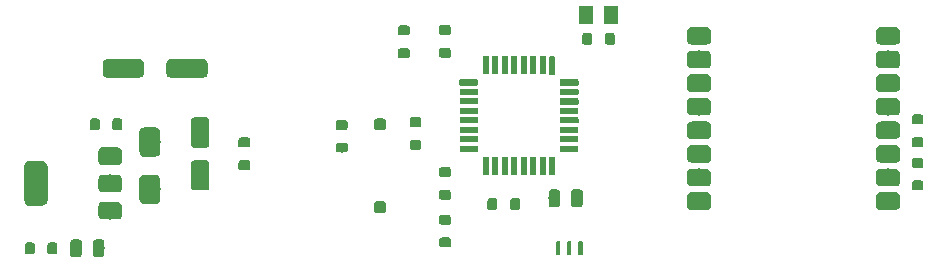
<source format=gbr>
G04 #@! TF.GenerationSoftware,KiCad,Pcbnew,6.0.0-unknown*
G04 #@! TF.CreationDate,2019-06-26T08:34:25-07:00*
G04 #@! TF.ProjectId,IOT-LORA,494f542d-4c4f-4524-912e-6b696361645f,rev?*
G04 #@! TF.SameCoordinates,Original*
G04 #@! TF.FileFunction,Paste,Top*
G04 #@! TF.FilePolarity,Positive*
%FSLAX46Y46*%
G04 Gerber Fmt 4.6, Leading zero omitted, Abs format (unit mm)*
G04 Created by KiCad (PCBNEW 6.0.0-unknown) date 2019-06-26 08:34:25*
%MOMM*%
%LPD*%
G04 APERTURE LIST*
%ADD10C,0.250000*%
%ADD11C,0.845000*%
%ADD12C,1.500000*%
%ADD13C,2.000000*%
%ADD14C,0.970000*%
%ADD15C,1.800000*%
%ADD16C,1.600000*%
%ADD17R,1.145000X1.500000*%
%ADD18C,1.000000*%
%ADD19R,1.600000X0.550000*%
%ADD20C,0.550000*%
%ADD21R,0.550000X1.600000*%
%ADD22C,0.400000*%
G04 APERTURE END LIST*
D10*
G36*
X152302908Y-112520920D02*
G01*
X152376412Y-112579538D01*
X152417204Y-112664242D01*
X152422500Y-112711250D01*
X152422500Y-113288750D01*
X152401580Y-113380408D01*
X152342962Y-113453912D01*
X152258258Y-113494704D01*
X152211250Y-113500000D01*
X151788750Y-113500000D01*
X151697092Y-113479080D01*
X151623588Y-113420462D01*
X151582796Y-113335758D01*
X151577500Y-113288750D01*
X151577500Y-112711250D01*
X151598420Y-112619592D01*
X151657038Y-112546088D01*
X151741742Y-112505296D01*
X151788750Y-112500000D01*
X152211250Y-112500000D01*
X152302908Y-112520920D01*
X152302908Y-112520920D01*
G37*
D11*
X152000000Y-113000000D03*
D10*
G36*
X154227908Y-112520920D02*
G01*
X154301412Y-112579538D01*
X154342204Y-112664242D01*
X154347500Y-112711250D01*
X154347500Y-113288750D01*
X154326580Y-113380408D01*
X154267962Y-113453912D01*
X154183258Y-113494704D01*
X154136250Y-113500000D01*
X153713750Y-113500000D01*
X153622092Y-113479080D01*
X153548588Y-113420462D01*
X153507796Y-113335758D01*
X153502500Y-113288750D01*
X153502500Y-112711250D01*
X153523420Y-112619592D01*
X153582038Y-112546088D01*
X153666742Y-112505296D01*
X153713750Y-112500000D01*
X154136250Y-112500000D01*
X154227908Y-112520920D01*
X154227908Y-112520920D01*
G37*
D11*
X153925000Y-113000000D03*
D10*
G36*
X148380408Y-115848420D02*
G01*
X148453912Y-115907038D01*
X148494704Y-115991742D01*
X148500000Y-116038750D01*
X148500000Y-116461250D01*
X148479080Y-116552908D01*
X148420462Y-116626412D01*
X148335758Y-116667204D01*
X148288750Y-116672500D01*
X147711250Y-116672500D01*
X147619592Y-116651580D01*
X147546088Y-116592962D01*
X147505296Y-116508258D01*
X147500000Y-116461250D01*
X147500000Y-116038750D01*
X147520920Y-115947092D01*
X147579538Y-115873588D01*
X147664242Y-115832796D01*
X147711250Y-115827500D01*
X148288750Y-115827500D01*
X148380408Y-115848420D01*
X148380408Y-115848420D01*
G37*
D11*
X148000000Y-116250000D03*
D10*
G36*
X148380408Y-113923420D02*
G01*
X148453912Y-113982038D01*
X148494704Y-114066742D01*
X148500000Y-114113750D01*
X148500000Y-114536250D01*
X148479080Y-114627908D01*
X148420462Y-114701412D01*
X148335758Y-114742204D01*
X148288750Y-114747500D01*
X147711250Y-114747500D01*
X147619592Y-114726580D01*
X147546088Y-114667962D01*
X147505296Y-114583258D01*
X147500000Y-114536250D01*
X147500000Y-114113750D01*
X147520920Y-114022092D01*
X147579538Y-113948588D01*
X147664242Y-113907796D01*
X147711250Y-113902500D01*
X148288750Y-113902500D01*
X148380408Y-113923420D01*
X148380408Y-113923420D01*
G37*
D11*
X148000000Y-114325000D03*
D10*
G36*
X120396762Y-112820319D02*
G01*
X120505330Y-112879072D01*
X120588937Y-112969894D01*
X120638525Y-113082943D01*
X120650000Y-113175000D01*
X120650000Y-113925000D01*
X120629681Y-114046762D01*
X120570928Y-114155330D01*
X120480106Y-114238937D01*
X120367057Y-114288525D01*
X120275000Y-114300000D01*
X119025000Y-114300000D01*
X118903238Y-114279681D01*
X118794670Y-114220928D01*
X118711063Y-114130106D01*
X118661475Y-114017057D01*
X118650000Y-113925000D01*
X118650000Y-113175000D01*
X118670319Y-113053238D01*
X118729072Y-112944670D01*
X118819894Y-112861063D01*
X118932943Y-112811475D01*
X119025000Y-112800000D01*
X120275000Y-112800000D01*
X120396762Y-112820319D01*
X120396762Y-112820319D01*
G37*
D12*
X119650000Y-113550000D03*
D10*
G36*
X120396762Y-108220319D02*
G01*
X120505330Y-108279072D01*
X120588937Y-108369894D01*
X120638525Y-108482943D01*
X120650000Y-108575000D01*
X120650000Y-109325000D01*
X120629681Y-109446762D01*
X120570928Y-109555330D01*
X120480106Y-109638937D01*
X120367057Y-109688525D01*
X120275000Y-109700000D01*
X119025000Y-109700000D01*
X118903238Y-109679681D01*
X118794670Y-109620928D01*
X118711063Y-109530106D01*
X118661475Y-109417057D01*
X118650000Y-109325000D01*
X118650000Y-108575000D01*
X118670319Y-108453238D01*
X118729072Y-108344670D01*
X118819894Y-108261063D01*
X118932943Y-108211475D01*
X119025000Y-108200000D01*
X120275000Y-108200000D01*
X120396762Y-108220319D01*
X120396762Y-108220319D01*
G37*
D12*
X119650000Y-108950000D03*
D10*
G36*
X120396762Y-110520319D02*
G01*
X120505330Y-110579072D01*
X120588937Y-110669894D01*
X120638525Y-110782943D01*
X120650000Y-110875000D01*
X120650000Y-111625000D01*
X120629681Y-111746762D01*
X120570928Y-111855330D01*
X120480106Y-111938937D01*
X120367057Y-111988525D01*
X120275000Y-112000000D01*
X119025000Y-112000000D01*
X118903238Y-111979681D01*
X118794670Y-111920928D01*
X118711063Y-111830106D01*
X118661475Y-111717057D01*
X118650000Y-111625000D01*
X118650000Y-110875000D01*
X118670319Y-110753238D01*
X118729072Y-110644670D01*
X118819894Y-110561063D01*
X118932943Y-110511475D01*
X119025000Y-110500000D01*
X120275000Y-110500000D01*
X120396762Y-110520319D01*
X120396762Y-110520319D01*
G37*
D12*
X119650000Y-111250000D03*
D10*
G36*
X113990866Y-109370254D02*
G01*
X114120320Y-109429373D01*
X114227875Y-109522570D01*
X114304816Y-109642292D01*
X114350000Y-109850000D01*
X114350000Y-112650000D01*
X114329746Y-112790866D01*
X114270627Y-112920320D01*
X114177430Y-113027875D01*
X114057708Y-113104816D01*
X113850000Y-113150000D01*
X112850000Y-113150000D01*
X112709134Y-113129746D01*
X112579680Y-113070627D01*
X112472125Y-112977430D01*
X112395184Y-112857708D01*
X112350000Y-112650000D01*
X112350000Y-109850000D01*
X112370254Y-109709134D01*
X112429373Y-109579680D01*
X112522570Y-109472125D01*
X112642292Y-109395184D01*
X112850000Y-109350000D01*
X113850000Y-109350000D01*
X113990866Y-109370254D01*
X113990866Y-109370254D01*
G37*
D13*
X113350000Y-111250000D03*
D10*
G36*
X117091134Y-116020965D02*
G01*
X117172713Y-116080236D01*
X117223131Y-116167563D01*
X117235000Y-116242500D01*
X117235000Y-117257500D01*
X117214035Y-117356134D01*
X117154764Y-117437713D01*
X117067437Y-117488131D01*
X116992500Y-117500000D01*
X116507500Y-117500000D01*
X116408866Y-117479035D01*
X116327287Y-117419764D01*
X116276869Y-117332437D01*
X116265000Y-117257500D01*
X116265000Y-116242500D01*
X116285965Y-116143866D01*
X116345236Y-116062287D01*
X116432563Y-116011869D01*
X116507500Y-116000000D01*
X116992500Y-116000000D01*
X117091134Y-116020965D01*
X117091134Y-116020965D01*
G37*
D14*
X116750000Y-116750000D03*
D10*
G36*
X119001134Y-116020965D02*
G01*
X119082713Y-116080236D01*
X119133131Y-116167563D01*
X119145000Y-116242500D01*
X119145000Y-117257500D01*
X119124035Y-117356134D01*
X119064764Y-117437713D01*
X118977437Y-117488131D01*
X118902500Y-117500000D01*
X118417500Y-117500000D01*
X118318866Y-117479035D01*
X118237287Y-117419764D01*
X118186869Y-117332437D01*
X118175000Y-117257500D01*
X118175000Y-116242500D01*
X118195965Y-116143866D01*
X118255236Y-116062287D01*
X118342563Y-116011869D01*
X118417500Y-116000000D01*
X118902500Y-116000000D01*
X119001134Y-116020965D01*
X119001134Y-116020965D01*
G37*
D14*
X118660000Y-116750000D03*
D10*
G36*
X123582640Y-110519992D02*
G01*
X123703494Y-110578193D01*
X123801824Y-110669430D01*
X123868893Y-110785597D01*
X123900000Y-110950000D01*
X123900000Y-112550000D01*
X123880008Y-112682640D01*
X123821807Y-112803494D01*
X123730570Y-112901824D01*
X123614403Y-112968893D01*
X123450000Y-113000000D01*
X122550000Y-113000000D01*
X122417360Y-112980008D01*
X122296506Y-112921807D01*
X122198176Y-112830570D01*
X122131107Y-112714403D01*
X122100000Y-112550000D01*
X122100000Y-110950000D01*
X122119992Y-110817360D01*
X122178193Y-110696506D01*
X122269430Y-110598176D01*
X122385597Y-110531107D01*
X122550000Y-110500000D01*
X123450000Y-110500000D01*
X123582640Y-110519992D01*
X123582640Y-110519992D01*
G37*
D15*
X123000000Y-111750000D03*
D10*
G36*
X123582640Y-106519992D02*
G01*
X123703494Y-106578193D01*
X123801824Y-106669430D01*
X123868893Y-106785597D01*
X123900000Y-106950000D01*
X123900000Y-108550000D01*
X123880008Y-108682640D01*
X123821807Y-108803494D01*
X123730570Y-108901824D01*
X123614403Y-108968893D01*
X123450000Y-109000000D01*
X122550000Y-109000000D01*
X122417360Y-108980008D01*
X122296506Y-108921807D01*
X122198176Y-108830570D01*
X122131107Y-108714403D01*
X122100000Y-108550000D01*
X122100000Y-106950000D01*
X122119992Y-106817360D01*
X122178193Y-106696506D01*
X122269430Y-106598176D01*
X122385597Y-106531107D01*
X122550000Y-106500000D01*
X123450000Y-106500000D01*
X123582640Y-106519992D01*
X123582640Y-106519992D01*
G37*
D15*
X123000000Y-107750000D03*
D10*
G36*
X118627908Y-105770920D02*
G01*
X118701412Y-105829538D01*
X118742204Y-105914242D01*
X118747500Y-105961250D01*
X118747500Y-106538750D01*
X118726580Y-106630408D01*
X118667962Y-106703912D01*
X118583258Y-106744704D01*
X118536250Y-106750000D01*
X118113750Y-106750000D01*
X118022092Y-106729080D01*
X117948588Y-106670462D01*
X117907796Y-106585758D01*
X117902500Y-106538750D01*
X117902500Y-105961250D01*
X117923420Y-105869592D01*
X117982038Y-105796088D01*
X118066742Y-105755296D01*
X118113750Y-105750000D01*
X118536250Y-105750000D01*
X118627908Y-105770920D01*
X118627908Y-105770920D01*
G37*
D11*
X118325000Y-106250000D03*
D10*
G36*
X120552908Y-105770920D02*
G01*
X120626412Y-105829538D01*
X120667204Y-105914242D01*
X120672500Y-105961250D01*
X120672500Y-106538750D01*
X120651580Y-106630408D01*
X120592962Y-106703912D01*
X120508258Y-106744704D01*
X120461250Y-106750000D01*
X120038750Y-106750000D01*
X119947092Y-106729080D01*
X119873588Y-106670462D01*
X119832796Y-106585758D01*
X119827500Y-106538750D01*
X119827500Y-105961250D01*
X119848420Y-105869592D01*
X119907038Y-105796088D01*
X119991742Y-105755296D01*
X120038750Y-105750000D01*
X120461250Y-105750000D01*
X120552908Y-105770920D01*
X120552908Y-105770920D01*
G37*
D11*
X120250000Y-106250000D03*
D10*
G36*
X159501134Y-111770965D02*
G01*
X159582713Y-111830236D01*
X159633131Y-111917563D01*
X159645000Y-111992500D01*
X159645000Y-113007500D01*
X159624035Y-113106134D01*
X159564764Y-113187713D01*
X159477437Y-113238131D01*
X159402500Y-113250000D01*
X158917500Y-113250000D01*
X158818866Y-113229035D01*
X158737287Y-113169764D01*
X158686869Y-113082437D01*
X158675000Y-113007500D01*
X158675000Y-111992500D01*
X158695965Y-111893866D01*
X158755236Y-111812287D01*
X158842563Y-111761869D01*
X158917500Y-111750000D01*
X159402500Y-111750000D01*
X159501134Y-111770965D01*
X159501134Y-111770965D01*
G37*
D14*
X159160000Y-112500000D03*
D10*
G36*
X157591134Y-111770965D02*
G01*
X157672713Y-111830236D01*
X157723131Y-111917563D01*
X157735000Y-111992500D01*
X157735000Y-113007500D01*
X157714035Y-113106134D01*
X157654764Y-113187713D01*
X157567437Y-113238131D01*
X157492500Y-113250000D01*
X157007500Y-113250000D01*
X156908866Y-113229035D01*
X156827287Y-113169764D01*
X156776869Y-113082437D01*
X156765000Y-113007500D01*
X156765000Y-111992500D01*
X156785965Y-111893866D01*
X156845236Y-111812287D01*
X156932563Y-111761869D01*
X157007500Y-111750000D01*
X157492500Y-111750000D01*
X157591134Y-111770965D01*
X157591134Y-111770965D01*
G37*
D14*
X157250000Y-112500000D03*
D10*
G36*
X127773607Y-105669577D02*
G01*
X127885114Y-105726393D01*
X127973607Y-105814886D01*
X128030423Y-105926393D01*
X128050000Y-106050000D01*
X128050000Y-107850000D01*
X128030423Y-107973607D01*
X127973607Y-108085114D01*
X127885114Y-108173607D01*
X127773607Y-108230423D01*
X127650000Y-108250000D01*
X126850000Y-108250000D01*
X126726393Y-108230423D01*
X126614886Y-108173607D01*
X126526393Y-108085114D01*
X126469577Y-107973607D01*
X126450000Y-107850000D01*
X126450000Y-106050000D01*
X126469577Y-105926393D01*
X126526393Y-105814886D01*
X126614886Y-105726393D01*
X126726393Y-105669577D01*
X126850000Y-105650000D01*
X127650000Y-105650000D01*
X127773607Y-105669577D01*
X127773607Y-105669577D01*
G37*
D16*
X127250000Y-106950000D03*
D10*
G36*
X127773607Y-109269577D02*
G01*
X127885114Y-109326393D01*
X127973607Y-109414886D01*
X128030423Y-109526393D01*
X128050000Y-109650000D01*
X128050000Y-111450000D01*
X128030423Y-111573607D01*
X127973607Y-111685114D01*
X127885114Y-111773607D01*
X127773607Y-111830423D01*
X127650000Y-111850000D01*
X126850000Y-111850000D01*
X126726393Y-111830423D01*
X126614886Y-111773607D01*
X126526393Y-111685114D01*
X126469577Y-111573607D01*
X126450000Y-111450000D01*
X126450000Y-109650000D01*
X126469577Y-109526393D01*
X126526393Y-109414886D01*
X126614886Y-109326393D01*
X126726393Y-109269577D01*
X126850000Y-109250000D01*
X127650000Y-109250000D01*
X127773607Y-109269577D01*
X127773607Y-109269577D01*
G37*
D16*
X127250000Y-110550000D03*
D10*
G36*
X186246762Y-112020319D02*
G01*
X186355330Y-112079072D01*
X186438937Y-112169894D01*
X186488525Y-112282943D01*
X186500000Y-112375000D01*
X186500000Y-113125000D01*
X186479681Y-113246762D01*
X186420928Y-113355330D01*
X186330106Y-113438937D01*
X186217057Y-113488525D01*
X186125000Y-113500000D01*
X184875000Y-113500000D01*
X184753238Y-113479681D01*
X184644670Y-113420928D01*
X184561063Y-113330106D01*
X184511475Y-113217057D01*
X184500000Y-113125000D01*
X184500000Y-112375000D01*
X184520319Y-112253238D01*
X184579072Y-112144670D01*
X184669894Y-112061063D01*
X184782943Y-112011475D01*
X184875000Y-112000000D01*
X186125000Y-112000000D01*
X186246762Y-112020319D01*
X186246762Y-112020319D01*
G37*
D12*
X185500000Y-112750000D03*
D10*
G36*
X186246762Y-110020319D02*
G01*
X186355330Y-110079072D01*
X186438937Y-110169894D01*
X186488525Y-110282943D01*
X186500000Y-110375000D01*
X186500000Y-111125000D01*
X186479681Y-111246762D01*
X186420928Y-111355330D01*
X186330106Y-111438937D01*
X186217057Y-111488525D01*
X186125000Y-111500000D01*
X184875000Y-111500000D01*
X184753238Y-111479681D01*
X184644670Y-111420928D01*
X184561063Y-111330106D01*
X184511475Y-111217057D01*
X184500000Y-111125000D01*
X184500000Y-110375000D01*
X184520319Y-110253238D01*
X184579072Y-110144670D01*
X184669894Y-110061063D01*
X184782943Y-110011475D01*
X184875000Y-110000000D01*
X186125000Y-110000000D01*
X186246762Y-110020319D01*
X186246762Y-110020319D01*
G37*
D12*
X185500000Y-110750000D03*
D10*
G36*
X186246762Y-108020319D02*
G01*
X186355330Y-108079072D01*
X186438937Y-108169894D01*
X186488525Y-108282943D01*
X186500000Y-108375000D01*
X186500000Y-109125000D01*
X186479681Y-109246762D01*
X186420928Y-109355330D01*
X186330106Y-109438937D01*
X186217057Y-109488525D01*
X186125000Y-109500000D01*
X184875000Y-109500000D01*
X184753238Y-109479681D01*
X184644670Y-109420928D01*
X184561063Y-109330106D01*
X184511475Y-109217057D01*
X184500000Y-109125000D01*
X184500000Y-108375000D01*
X184520319Y-108253238D01*
X184579072Y-108144670D01*
X184669894Y-108061063D01*
X184782943Y-108011475D01*
X184875000Y-108000000D01*
X186125000Y-108000000D01*
X186246762Y-108020319D01*
X186246762Y-108020319D01*
G37*
D12*
X185500000Y-108750000D03*
D10*
G36*
X186246762Y-106020319D02*
G01*
X186355330Y-106079072D01*
X186438937Y-106169894D01*
X186488525Y-106282943D01*
X186500000Y-106375000D01*
X186500000Y-107125000D01*
X186479681Y-107246762D01*
X186420928Y-107355330D01*
X186330106Y-107438937D01*
X186217057Y-107488525D01*
X186125000Y-107500000D01*
X184875000Y-107500000D01*
X184753238Y-107479681D01*
X184644670Y-107420928D01*
X184561063Y-107330106D01*
X184511475Y-107217057D01*
X184500000Y-107125000D01*
X184500000Y-106375000D01*
X184520319Y-106253238D01*
X184579072Y-106144670D01*
X184669894Y-106061063D01*
X184782943Y-106011475D01*
X184875000Y-106000000D01*
X186125000Y-106000000D01*
X186246762Y-106020319D01*
X186246762Y-106020319D01*
G37*
D12*
X185500000Y-106750000D03*
D10*
G36*
X186246762Y-104020319D02*
G01*
X186355330Y-104079072D01*
X186438937Y-104169894D01*
X186488525Y-104282943D01*
X186500000Y-104375000D01*
X186500000Y-105125000D01*
X186479681Y-105246762D01*
X186420928Y-105355330D01*
X186330106Y-105438937D01*
X186217057Y-105488525D01*
X186125000Y-105500000D01*
X184875000Y-105500000D01*
X184753238Y-105479681D01*
X184644670Y-105420928D01*
X184561063Y-105330106D01*
X184511475Y-105217057D01*
X184500000Y-105125000D01*
X184500000Y-104375000D01*
X184520319Y-104253238D01*
X184579072Y-104144670D01*
X184669894Y-104061063D01*
X184782943Y-104011475D01*
X184875000Y-104000000D01*
X186125000Y-104000000D01*
X186246762Y-104020319D01*
X186246762Y-104020319D01*
G37*
D12*
X185500000Y-104750000D03*
D10*
G36*
X186246762Y-102020319D02*
G01*
X186355330Y-102079072D01*
X186438937Y-102169894D01*
X186488525Y-102282943D01*
X186500000Y-102375000D01*
X186500000Y-103125000D01*
X186479681Y-103246762D01*
X186420928Y-103355330D01*
X186330106Y-103438937D01*
X186217057Y-103488525D01*
X186125000Y-103500000D01*
X184875000Y-103500000D01*
X184753238Y-103479681D01*
X184644670Y-103420928D01*
X184561063Y-103330106D01*
X184511475Y-103217057D01*
X184500000Y-103125000D01*
X184500000Y-102375000D01*
X184520319Y-102253238D01*
X184579072Y-102144670D01*
X184669894Y-102061063D01*
X184782943Y-102011475D01*
X184875000Y-102000000D01*
X186125000Y-102000000D01*
X186246762Y-102020319D01*
X186246762Y-102020319D01*
G37*
D12*
X185500000Y-102750000D03*
D10*
G36*
X186246762Y-100020319D02*
G01*
X186355330Y-100079072D01*
X186438937Y-100169894D01*
X186488525Y-100282943D01*
X186500000Y-100375000D01*
X186500000Y-101125000D01*
X186479681Y-101246762D01*
X186420928Y-101355330D01*
X186330106Y-101438937D01*
X186217057Y-101488525D01*
X186125000Y-101500000D01*
X184875000Y-101500000D01*
X184753238Y-101479681D01*
X184644670Y-101420928D01*
X184561063Y-101330106D01*
X184511475Y-101217057D01*
X184500000Y-101125000D01*
X184500000Y-100375000D01*
X184520319Y-100253238D01*
X184579072Y-100144670D01*
X184669894Y-100061063D01*
X184782943Y-100011475D01*
X184875000Y-100000000D01*
X186125000Y-100000000D01*
X186246762Y-100020319D01*
X186246762Y-100020319D01*
G37*
D12*
X185500000Y-100750000D03*
D10*
G36*
X186246762Y-98020319D02*
G01*
X186355330Y-98079072D01*
X186438937Y-98169894D01*
X186488525Y-98282943D01*
X186500000Y-98375000D01*
X186500000Y-99125000D01*
X186479681Y-99246762D01*
X186420928Y-99355330D01*
X186330106Y-99438937D01*
X186217057Y-99488525D01*
X186125000Y-99500000D01*
X184875000Y-99500000D01*
X184753238Y-99479681D01*
X184644670Y-99420928D01*
X184561063Y-99330106D01*
X184511475Y-99217057D01*
X184500000Y-99125000D01*
X184500000Y-98375000D01*
X184520319Y-98253238D01*
X184579072Y-98144670D01*
X184669894Y-98061063D01*
X184782943Y-98011475D01*
X184875000Y-98000000D01*
X186125000Y-98000000D01*
X186246762Y-98020319D01*
X186246762Y-98020319D01*
G37*
D12*
X185500000Y-98750000D03*
D10*
G36*
X170246762Y-98020319D02*
G01*
X170355330Y-98079072D01*
X170438937Y-98169894D01*
X170488525Y-98282943D01*
X170500000Y-98375000D01*
X170500000Y-99125000D01*
X170479681Y-99246762D01*
X170420928Y-99355330D01*
X170330106Y-99438937D01*
X170217057Y-99488525D01*
X170125000Y-99500000D01*
X168875000Y-99500000D01*
X168753238Y-99479681D01*
X168644670Y-99420928D01*
X168561063Y-99330106D01*
X168511475Y-99217057D01*
X168500000Y-99125000D01*
X168500000Y-98375000D01*
X168520319Y-98253238D01*
X168579072Y-98144670D01*
X168669894Y-98061063D01*
X168782943Y-98011475D01*
X168875000Y-98000000D01*
X170125000Y-98000000D01*
X170246762Y-98020319D01*
X170246762Y-98020319D01*
G37*
D12*
X169500000Y-98750000D03*
D10*
G36*
X170246762Y-100020319D02*
G01*
X170355330Y-100079072D01*
X170438937Y-100169894D01*
X170488525Y-100282943D01*
X170500000Y-100375000D01*
X170500000Y-101125000D01*
X170479681Y-101246762D01*
X170420928Y-101355330D01*
X170330106Y-101438937D01*
X170217057Y-101488525D01*
X170125000Y-101500000D01*
X168875000Y-101500000D01*
X168753238Y-101479681D01*
X168644670Y-101420928D01*
X168561063Y-101330106D01*
X168511475Y-101217057D01*
X168500000Y-101125000D01*
X168500000Y-100375000D01*
X168520319Y-100253238D01*
X168579072Y-100144670D01*
X168669894Y-100061063D01*
X168782943Y-100011475D01*
X168875000Y-100000000D01*
X170125000Y-100000000D01*
X170246762Y-100020319D01*
X170246762Y-100020319D01*
G37*
D12*
X169500000Y-100750000D03*
D10*
G36*
X170246762Y-102020319D02*
G01*
X170355330Y-102079072D01*
X170438937Y-102169894D01*
X170488525Y-102282943D01*
X170500000Y-102375000D01*
X170500000Y-103125000D01*
X170479681Y-103246762D01*
X170420928Y-103355330D01*
X170330106Y-103438937D01*
X170217057Y-103488525D01*
X170125000Y-103500000D01*
X168875000Y-103500000D01*
X168753238Y-103479681D01*
X168644670Y-103420928D01*
X168561063Y-103330106D01*
X168511475Y-103217057D01*
X168500000Y-103125000D01*
X168500000Y-102375000D01*
X168520319Y-102253238D01*
X168579072Y-102144670D01*
X168669894Y-102061063D01*
X168782943Y-102011475D01*
X168875000Y-102000000D01*
X170125000Y-102000000D01*
X170246762Y-102020319D01*
X170246762Y-102020319D01*
G37*
D12*
X169500000Y-102750000D03*
D10*
G36*
X170246762Y-104020319D02*
G01*
X170355330Y-104079072D01*
X170438937Y-104169894D01*
X170488525Y-104282943D01*
X170500000Y-104375000D01*
X170500000Y-105125000D01*
X170479681Y-105246762D01*
X170420928Y-105355330D01*
X170330106Y-105438937D01*
X170217057Y-105488525D01*
X170125000Y-105500000D01*
X168875000Y-105500000D01*
X168753238Y-105479681D01*
X168644670Y-105420928D01*
X168561063Y-105330106D01*
X168511475Y-105217057D01*
X168500000Y-105125000D01*
X168500000Y-104375000D01*
X168520319Y-104253238D01*
X168579072Y-104144670D01*
X168669894Y-104061063D01*
X168782943Y-104011475D01*
X168875000Y-104000000D01*
X170125000Y-104000000D01*
X170246762Y-104020319D01*
X170246762Y-104020319D01*
G37*
D12*
X169500000Y-104750000D03*
D10*
G36*
X170246762Y-106020319D02*
G01*
X170355330Y-106079072D01*
X170438937Y-106169894D01*
X170488525Y-106282943D01*
X170500000Y-106375000D01*
X170500000Y-107125000D01*
X170479681Y-107246762D01*
X170420928Y-107355330D01*
X170330106Y-107438937D01*
X170217057Y-107488525D01*
X170125000Y-107500000D01*
X168875000Y-107500000D01*
X168753238Y-107479681D01*
X168644670Y-107420928D01*
X168561063Y-107330106D01*
X168511475Y-107217057D01*
X168500000Y-107125000D01*
X168500000Y-106375000D01*
X168520319Y-106253238D01*
X168579072Y-106144670D01*
X168669894Y-106061063D01*
X168782943Y-106011475D01*
X168875000Y-106000000D01*
X170125000Y-106000000D01*
X170246762Y-106020319D01*
X170246762Y-106020319D01*
G37*
D12*
X169500000Y-106750000D03*
D10*
G36*
X170246762Y-108020319D02*
G01*
X170355330Y-108079072D01*
X170438937Y-108169894D01*
X170488525Y-108282943D01*
X170500000Y-108375000D01*
X170500000Y-109125000D01*
X170479681Y-109246762D01*
X170420928Y-109355330D01*
X170330106Y-109438937D01*
X170217057Y-109488525D01*
X170125000Y-109500000D01*
X168875000Y-109500000D01*
X168753238Y-109479681D01*
X168644670Y-109420928D01*
X168561063Y-109330106D01*
X168511475Y-109217057D01*
X168500000Y-109125000D01*
X168500000Y-108375000D01*
X168520319Y-108253238D01*
X168579072Y-108144670D01*
X168669894Y-108061063D01*
X168782943Y-108011475D01*
X168875000Y-108000000D01*
X170125000Y-108000000D01*
X170246762Y-108020319D01*
X170246762Y-108020319D01*
G37*
D12*
X169500000Y-108750000D03*
D10*
G36*
X170246762Y-110020319D02*
G01*
X170355330Y-110079072D01*
X170438937Y-110169894D01*
X170488525Y-110282943D01*
X170500000Y-110375000D01*
X170500000Y-111125000D01*
X170479681Y-111246762D01*
X170420928Y-111355330D01*
X170330106Y-111438937D01*
X170217057Y-111488525D01*
X170125000Y-111500000D01*
X168875000Y-111500000D01*
X168753238Y-111479681D01*
X168644670Y-111420928D01*
X168561063Y-111330106D01*
X168511475Y-111217057D01*
X168500000Y-111125000D01*
X168500000Y-110375000D01*
X168520319Y-110253238D01*
X168579072Y-110144670D01*
X168669894Y-110061063D01*
X168782943Y-110011475D01*
X168875000Y-110000000D01*
X170125000Y-110000000D01*
X170246762Y-110020319D01*
X170246762Y-110020319D01*
G37*
D12*
X169500000Y-110750000D03*
D10*
G36*
X170246762Y-112020319D02*
G01*
X170355330Y-112079072D01*
X170438937Y-112169894D01*
X170488525Y-112282943D01*
X170500000Y-112375000D01*
X170500000Y-113125000D01*
X170479681Y-113246762D01*
X170420928Y-113355330D01*
X170330106Y-113438937D01*
X170217057Y-113488525D01*
X170125000Y-113500000D01*
X168875000Y-113500000D01*
X168753238Y-113479681D01*
X168644670Y-113420928D01*
X168561063Y-113330106D01*
X168511475Y-113217057D01*
X168500000Y-113125000D01*
X168500000Y-112375000D01*
X168520319Y-112253238D01*
X168579072Y-112144670D01*
X168669894Y-112061063D01*
X168782943Y-112011475D01*
X168875000Y-112000000D01*
X170125000Y-112000000D01*
X170246762Y-112020319D01*
X170246762Y-112020319D01*
G37*
D12*
X169500000Y-112750000D03*
D10*
G36*
X145880408Y-105635920D02*
G01*
X145953912Y-105694538D01*
X145994704Y-105779242D01*
X146000000Y-105826250D01*
X146000000Y-106248750D01*
X145979080Y-106340408D01*
X145920462Y-106413912D01*
X145835758Y-106454704D01*
X145788750Y-106460000D01*
X145211250Y-106460000D01*
X145119592Y-106439080D01*
X145046088Y-106380462D01*
X145005296Y-106295758D01*
X145000000Y-106248750D01*
X145000000Y-105826250D01*
X145020920Y-105734592D01*
X145079538Y-105661088D01*
X145164242Y-105620296D01*
X145211250Y-105615000D01*
X145788750Y-105615000D01*
X145880408Y-105635920D01*
X145880408Y-105635920D01*
G37*
D11*
X145500000Y-106037500D03*
D10*
G36*
X145880408Y-107560920D02*
G01*
X145953912Y-107619538D01*
X145994704Y-107704242D01*
X146000000Y-107751250D01*
X146000000Y-108173750D01*
X145979080Y-108265408D01*
X145920462Y-108338912D01*
X145835758Y-108379704D01*
X145788750Y-108385000D01*
X145211250Y-108385000D01*
X145119592Y-108364080D01*
X145046088Y-108305462D01*
X145005296Y-108220758D01*
X145000000Y-108173750D01*
X145000000Y-107751250D01*
X145020920Y-107659592D01*
X145079538Y-107586088D01*
X145164242Y-107545296D01*
X145211250Y-107540000D01*
X145788750Y-107540000D01*
X145880408Y-107560920D01*
X145880408Y-107560920D01*
G37*
D11*
X145500000Y-107962500D03*
D10*
G36*
X188380408Y-109098420D02*
G01*
X188453912Y-109157038D01*
X188494704Y-109241742D01*
X188500000Y-109288750D01*
X188500000Y-109711250D01*
X188479080Y-109802908D01*
X188420462Y-109876412D01*
X188335758Y-109917204D01*
X188288750Y-109922500D01*
X187711250Y-109922500D01*
X187619592Y-109901580D01*
X187546088Y-109842962D01*
X187505296Y-109758258D01*
X187500000Y-109711250D01*
X187500000Y-109288750D01*
X187520920Y-109197092D01*
X187579538Y-109123588D01*
X187664242Y-109082796D01*
X187711250Y-109077500D01*
X188288750Y-109077500D01*
X188380408Y-109098420D01*
X188380408Y-109098420D01*
G37*
D11*
X188000000Y-109500000D03*
D10*
G36*
X188380408Y-111023420D02*
G01*
X188453912Y-111082038D01*
X188494704Y-111166742D01*
X188500000Y-111213750D01*
X188500000Y-111636250D01*
X188479080Y-111727908D01*
X188420462Y-111801412D01*
X188335758Y-111842204D01*
X188288750Y-111847500D01*
X187711250Y-111847500D01*
X187619592Y-111826580D01*
X187546088Y-111767962D01*
X187505296Y-111683258D01*
X187500000Y-111636250D01*
X187500000Y-111213750D01*
X187520920Y-111122092D01*
X187579538Y-111048588D01*
X187664242Y-111007796D01*
X187711250Y-111002500D01*
X188288750Y-111002500D01*
X188380408Y-111023420D01*
X188380408Y-111023420D01*
G37*
D11*
X188000000Y-111425000D03*
D10*
G36*
X188380408Y-105423420D02*
G01*
X188453912Y-105482038D01*
X188494704Y-105566742D01*
X188500000Y-105613750D01*
X188500000Y-106036250D01*
X188479080Y-106127908D01*
X188420462Y-106201412D01*
X188335758Y-106242204D01*
X188288750Y-106247500D01*
X187711250Y-106247500D01*
X187619592Y-106226580D01*
X187546088Y-106167962D01*
X187505296Y-106083258D01*
X187500000Y-106036250D01*
X187500000Y-105613750D01*
X187520920Y-105522092D01*
X187579538Y-105448588D01*
X187664242Y-105407796D01*
X187711250Y-105402500D01*
X188288750Y-105402500D01*
X188380408Y-105423420D01*
X188380408Y-105423420D01*
G37*
D11*
X188000000Y-105825000D03*
D10*
G36*
X188380408Y-107348420D02*
G01*
X188453912Y-107407038D01*
X188494704Y-107491742D01*
X188500000Y-107538750D01*
X188500000Y-107961250D01*
X188479080Y-108052908D01*
X188420462Y-108126412D01*
X188335758Y-108167204D01*
X188288750Y-108172500D01*
X187711250Y-108172500D01*
X187619592Y-108151580D01*
X187546088Y-108092962D01*
X187505296Y-108008258D01*
X187500000Y-107961250D01*
X187500000Y-107538750D01*
X187520920Y-107447092D01*
X187579538Y-107373588D01*
X187664242Y-107332796D01*
X187711250Y-107327500D01*
X188288750Y-107327500D01*
X188380408Y-107348420D01*
X188380408Y-107348420D01*
G37*
D11*
X188000000Y-107750000D03*
D10*
G36*
X131380408Y-107385920D02*
G01*
X131453912Y-107444538D01*
X131494704Y-107529242D01*
X131500000Y-107576250D01*
X131500000Y-107998750D01*
X131479080Y-108090408D01*
X131420462Y-108163912D01*
X131335758Y-108204704D01*
X131288750Y-108210000D01*
X130711250Y-108210000D01*
X130619592Y-108189080D01*
X130546088Y-108130462D01*
X130505296Y-108045758D01*
X130500000Y-107998750D01*
X130500000Y-107576250D01*
X130520920Y-107484592D01*
X130579538Y-107411088D01*
X130664242Y-107370296D01*
X130711250Y-107365000D01*
X131288750Y-107365000D01*
X131380408Y-107385920D01*
X131380408Y-107385920D01*
G37*
D11*
X131000000Y-107787500D03*
D10*
G36*
X131380408Y-109310920D02*
G01*
X131453912Y-109369538D01*
X131494704Y-109454242D01*
X131500000Y-109501250D01*
X131500000Y-109923750D01*
X131479080Y-110015408D01*
X131420462Y-110088912D01*
X131335758Y-110129704D01*
X131288750Y-110135000D01*
X130711250Y-110135000D01*
X130619592Y-110114080D01*
X130546088Y-110055462D01*
X130505296Y-109970758D01*
X130500000Y-109923750D01*
X130500000Y-109501250D01*
X130520920Y-109409592D01*
X130579538Y-109336088D01*
X130664242Y-109295296D01*
X130711250Y-109290000D01*
X131288750Y-109290000D01*
X131380408Y-109310920D01*
X131380408Y-109310920D01*
G37*
D11*
X131000000Y-109712500D03*
D10*
G36*
X115052908Y-116270920D02*
G01*
X115126412Y-116329538D01*
X115167204Y-116414242D01*
X115172500Y-116461250D01*
X115172500Y-117038750D01*
X115151580Y-117130408D01*
X115092962Y-117203912D01*
X115008258Y-117244704D01*
X114961250Y-117250000D01*
X114538750Y-117250000D01*
X114447092Y-117229080D01*
X114373588Y-117170462D01*
X114332796Y-117085758D01*
X114327500Y-117038750D01*
X114327500Y-116461250D01*
X114348420Y-116369592D01*
X114407038Y-116296088D01*
X114491742Y-116255296D01*
X114538750Y-116250000D01*
X114961250Y-116250000D01*
X115052908Y-116270920D01*
X115052908Y-116270920D01*
G37*
D11*
X114750000Y-116750000D03*
D10*
G36*
X113127908Y-116270920D02*
G01*
X113201412Y-116329538D01*
X113242204Y-116414242D01*
X113247500Y-116461250D01*
X113247500Y-117038750D01*
X113226580Y-117130408D01*
X113167962Y-117203912D01*
X113083258Y-117244704D01*
X113036250Y-117250000D01*
X112613750Y-117250000D01*
X112522092Y-117229080D01*
X112448588Y-117170462D01*
X112407796Y-117085758D01*
X112402500Y-117038750D01*
X112402500Y-116461250D01*
X112423420Y-116369592D01*
X112482038Y-116296088D01*
X112566742Y-116255296D01*
X112613750Y-116250000D01*
X113036250Y-116250000D01*
X113127908Y-116270920D01*
X113127908Y-116270920D01*
G37*
D11*
X112825000Y-116750000D03*
D17*
X162042500Y-97000000D03*
X159957500Y-97000000D03*
D10*
G36*
X162265408Y-98520920D02*
G01*
X162338912Y-98579538D01*
X162379704Y-98664242D01*
X162385000Y-98711250D01*
X162385000Y-99288750D01*
X162364080Y-99380408D01*
X162305462Y-99453912D01*
X162220758Y-99494704D01*
X162173750Y-99500000D01*
X161751250Y-99500000D01*
X161659592Y-99479080D01*
X161586088Y-99420462D01*
X161545296Y-99335758D01*
X161540000Y-99288750D01*
X161540000Y-98711250D01*
X161560920Y-98619592D01*
X161619538Y-98546088D01*
X161704242Y-98505296D01*
X161751250Y-98500000D01*
X162173750Y-98500000D01*
X162265408Y-98520920D01*
X162265408Y-98520920D01*
G37*
D11*
X161962500Y-99000000D03*
D10*
G36*
X160340408Y-98520920D02*
G01*
X160413912Y-98579538D01*
X160454704Y-98664242D01*
X160460000Y-98711250D01*
X160460000Y-99288750D01*
X160439080Y-99380408D01*
X160380462Y-99453912D01*
X160295758Y-99494704D01*
X160248750Y-99500000D01*
X159826250Y-99500000D01*
X159734592Y-99479080D01*
X159661088Y-99420462D01*
X159620296Y-99335758D01*
X159615000Y-99288750D01*
X159615000Y-98711250D01*
X159635920Y-98619592D01*
X159694538Y-98546088D01*
X159779242Y-98505296D01*
X159826250Y-98500000D01*
X160248750Y-98500000D01*
X160340408Y-98520920D01*
X160340408Y-98520920D01*
G37*
D11*
X160037500Y-99000000D03*
D10*
G36*
X148380408Y-99773420D02*
G01*
X148453912Y-99832038D01*
X148494704Y-99916742D01*
X148500000Y-99963750D01*
X148500000Y-100386250D01*
X148479080Y-100477908D01*
X148420462Y-100551412D01*
X148335758Y-100592204D01*
X148288750Y-100597500D01*
X147711250Y-100597500D01*
X147619592Y-100576580D01*
X147546088Y-100517962D01*
X147505296Y-100433258D01*
X147500000Y-100386250D01*
X147500000Y-99963750D01*
X147520920Y-99872092D01*
X147579538Y-99798588D01*
X147664242Y-99757796D01*
X147711250Y-99752500D01*
X148288750Y-99752500D01*
X148380408Y-99773420D01*
X148380408Y-99773420D01*
G37*
D11*
X148000000Y-100175000D03*
D10*
G36*
X148380408Y-97848420D02*
G01*
X148453912Y-97907038D01*
X148494704Y-97991742D01*
X148500000Y-98038750D01*
X148500000Y-98461250D01*
X148479080Y-98552908D01*
X148420462Y-98626412D01*
X148335758Y-98667204D01*
X148288750Y-98672500D01*
X147711250Y-98672500D01*
X147619592Y-98651580D01*
X147546088Y-98592962D01*
X147505296Y-98508258D01*
X147500000Y-98461250D01*
X147500000Y-98038750D01*
X147520920Y-97947092D01*
X147579538Y-97873588D01*
X147664242Y-97832796D01*
X147711250Y-97827500D01*
X148288750Y-97827500D01*
X148380408Y-97848420D01*
X148380408Y-97848420D01*
G37*
D11*
X148000000Y-98250000D03*
D10*
G36*
X144880408Y-99810920D02*
G01*
X144953912Y-99869538D01*
X144994704Y-99954242D01*
X145000000Y-100001250D01*
X145000000Y-100423750D01*
X144979080Y-100515408D01*
X144920462Y-100588912D01*
X144835758Y-100629704D01*
X144788750Y-100635000D01*
X144211250Y-100635000D01*
X144119592Y-100614080D01*
X144046088Y-100555462D01*
X144005296Y-100470758D01*
X144000000Y-100423750D01*
X144000000Y-100001250D01*
X144020920Y-99909592D01*
X144079538Y-99836088D01*
X144164242Y-99795296D01*
X144211250Y-99790000D01*
X144788750Y-99790000D01*
X144880408Y-99810920D01*
X144880408Y-99810920D01*
G37*
D11*
X144500000Y-100212500D03*
D10*
G36*
X144880408Y-97885920D02*
G01*
X144953912Y-97944538D01*
X144994704Y-98029242D01*
X145000000Y-98076250D01*
X145000000Y-98498750D01*
X144979080Y-98590408D01*
X144920462Y-98663912D01*
X144835758Y-98704704D01*
X144788750Y-98710000D01*
X144211250Y-98710000D01*
X144119592Y-98689080D01*
X144046088Y-98630462D01*
X144005296Y-98545758D01*
X144000000Y-98498750D01*
X144000000Y-98076250D01*
X144020920Y-97984592D01*
X144079538Y-97911088D01*
X144164242Y-97870296D01*
X144211250Y-97865000D01*
X144788750Y-97865000D01*
X144880408Y-97885920D01*
X144880408Y-97885920D01*
G37*
D11*
X144500000Y-98287500D03*
D10*
G36*
X139630408Y-105885920D02*
G01*
X139703912Y-105944538D01*
X139744704Y-106029242D01*
X139750000Y-106076250D01*
X139750000Y-106498750D01*
X139729080Y-106590408D01*
X139670462Y-106663912D01*
X139585758Y-106704704D01*
X139538750Y-106710000D01*
X138961250Y-106710000D01*
X138869592Y-106689080D01*
X138796088Y-106630462D01*
X138755296Y-106545758D01*
X138750000Y-106498750D01*
X138750000Y-106076250D01*
X138770920Y-105984592D01*
X138829538Y-105911088D01*
X138914242Y-105870296D01*
X138961250Y-105865000D01*
X139538750Y-105865000D01*
X139630408Y-105885920D01*
X139630408Y-105885920D01*
G37*
D11*
X139250000Y-106287500D03*
D10*
G36*
X139630408Y-107810920D02*
G01*
X139703912Y-107869538D01*
X139744704Y-107954242D01*
X139750000Y-108001250D01*
X139750000Y-108423750D01*
X139729080Y-108515408D01*
X139670462Y-108588912D01*
X139585758Y-108629704D01*
X139538750Y-108635000D01*
X138961250Y-108635000D01*
X138869592Y-108614080D01*
X138796088Y-108555462D01*
X138755296Y-108470758D01*
X138750000Y-108423750D01*
X138750000Y-108001250D01*
X138770920Y-107909592D01*
X138829538Y-107836088D01*
X138914242Y-107795296D01*
X138961250Y-107790000D01*
X139538750Y-107790000D01*
X139630408Y-107810920D01*
X139630408Y-107810920D01*
G37*
D11*
X139250000Y-108212500D03*
D10*
G36*
X148380408Y-109885920D02*
G01*
X148453912Y-109944538D01*
X148494704Y-110029242D01*
X148500000Y-110076250D01*
X148500000Y-110498750D01*
X148479080Y-110590408D01*
X148420462Y-110663912D01*
X148335758Y-110704704D01*
X148288750Y-110710000D01*
X147711250Y-110710000D01*
X147619592Y-110689080D01*
X147546088Y-110630462D01*
X147505296Y-110545758D01*
X147500000Y-110498750D01*
X147500000Y-110076250D01*
X147520920Y-109984592D01*
X147579538Y-109911088D01*
X147664242Y-109870296D01*
X147711250Y-109865000D01*
X148288750Y-109865000D01*
X148380408Y-109885920D01*
X148380408Y-109885920D01*
G37*
D11*
X148000000Y-110287500D03*
D10*
G36*
X148380408Y-111810920D02*
G01*
X148453912Y-111869538D01*
X148494704Y-111954242D01*
X148500000Y-112001250D01*
X148500000Y-112423750D01*
X148479080Y-112515408D01*
X148420462Y-112588912D01*
X148335758Y-112629704D01*
X148288750Y-112635000D01*
X147711250Y-112635000D01*
X147619592Y-112614080D01*
X147546088Y-112555462D01*
X147505296Y-112470758D01*
X147500000Y-112423750D01*
X147500000Y-112001250D01*
X147520920Y-111909592D01*
X147579538Y-111836088D01*
X147664242Y-111795296D01*
X147711250Y-111790000D01*
X148288750Y-111790000D01*
X148380408Y-111810920D01*
X148380408Y-111810920D01*
G37*
D11*
X148000000Y-112212500D03*
D10*
G36*
X127623607Y-100719577D02*
G01*
X127735114Y-100776393D01*
X127823607Y-100864886D01*
X127880423Y-100976393D01*
X127900000Y-101100000D01*
X127900000Y-101900000D01*
X127880423Y-102023607D01*
X127823607Y-102135114D01*
X127735114Y-102223607D01*
X127623607Y-102280423D01*
X127500000Y-102300000D01*
X124800000Y-102300000D01*
X124676393Y-102280423D01*
X124564886Y-102223607D01*
X124476393Y-102135114D01*
X124419577Y-102023607D01*
X124400000Y-101900000D01*
X124400000Y-101100000D01*
X124419577Y-100976393D01*
X124476393Y-100864886D01*
X124564886Y-100776393D01*
X124676393Y-100719577D01*
X124800000Y-100700000D01*
X127500000Y-100700000D01*
X127623607Y-100719577D01*
X127623607Y-100719577D01*
G37*
D16*
X126150000Y-101500000D03*
D10*
G36*
X122223607Y-100719577D02*
G01*
X122335114Y-100776393D01*
X122423607Y-100864886D01*
X122480423Y-100976393D01*
X122500000Y-101100000D01*
X122500000Y-101900000D01*
X122480423Y-102023607D01*
X122423607Y-102135114D01*
X122335114Y-102223607D01*
X122223607Y-102280423D01*
X122100000Y-102300000D01*
X119400000Y-102300000D01*
X119276393Y-102280423D01*
X119164886Y-102223607D01*
X119076393Y-102135114D01*
X119019577Y-102023607D01*
X119000000Y-101900000D01*
X119000000Y-101100000D01*
X119019577Y-100976393D01*
X119076393Y-100864886D01*
X119164886Y-100776393D01*
X119276393Y-100719577D01*
X119400000Y-100700000D01*
X122100000Y-100700000D01*
X122223607Y-100719577D01*
X122223607Y-100719577D01*
G37*
D16*
X120750000Y-101500000D03*
D10*
G36*
X142845671Y-112769030D02*
G01*
X142926777Y-112823223D01*
X142980970Y-112904329D01*
X143000000Y-113000000D01*
X143000000Y-113500000D01*
X142980970Y-113595671D01*
X142926777Y-113676777D01*
X142845671Y-113730970D01*
X142750000Y-113750000D01*
X142250000Y-113750000D01*
X142154329Y-113730970D01*
X142073223Y-113676777D01*
X142019030Y-113595671D01*
X142000000Y-113500000D01*
X142000000Y-113000000D01*
X142019030Y-112904329D01*
X142073223Y-112823223D01*
X142154329Y-112769030D01*
X142250000Y-112750000D01*
X142750000Y-112750000D01*
X142845671Y-112769030D01*
X142845671Y-112769030D01*
G37*
D18*
X142500000Y-113250000D03*
D10*
G36*
X142845671Y-105769030D02*
G01*
X142926777Y-105823223D01*
X142980970Y-105904329D01*
X143000000Y-106000000D01*
X143000000Y-106500000D01*
X142980970Y-106595671D01*
X142926777Y-106676777D01*
X142845671Y-106730970D01*
X142750000Y-106750000D01*
X142250000Y-106750000D01*
X142154329Y-106730970D01*
X142073223Y-106676777D01*
X142019030Y-106595671D01*
X142000000Y-106500000D01*
X142000000Y-106000000D01*
X142019030Y-105904329D01*
X142073223Y-105823223D01*
X142154329Y-105769030D01*
X142250000Y-105750000D01*
X142750000Y-105750000D01*
X142845671Y-105769030D01*
X142845671Y-105769030D01*
G37*
D18*
X142500000Y-106250000D03*
D19*
X150000000Y-108300000D03*
X150000000Y-107500000D03*
X150000000Y-106700000D03*
X150000000Y-105900000D03*
X150000000Y-105100000D03*
X150000000Y-104300000D03*
X150000000Y-103500000D03*
D10*
G36*
X150731250Y-102443422D02*
G01*
X150781578Y-102493750D01*
X150800000Y-102562500D01*
X150800000Y-102837500D01*
X150781578Y-102906250D01*
X150731250Y-102956578D01*
X150662500Y-102975000D01*
X149337500Y-102975000D01*
X149268750Y-102956578D01*
X149218422Y-102906250D01*
X149200000Y-102837500D01*
X149200000Y-102562500D01*
X149218422Y-102493750D01*
X149268750Y-102443422D01*
X149337500Y-102425000D01*
X150662500Y-102425000D01*
X150731250Y-102443422D01*
X150731250Y-102443422D01*
G37*
D20*
X150000000Y-102700000D03*
D21*
X151450000Y-101250000D03*
X152250000Y-101250000D03*
X153050000Y-101250000D03*
X153850000Y-101250000D03*
X154650000Y-101250000D03*
X155450000Y-101250000D03*
X156250000Y-101250000D03*
D10*
G36*
X157256250Y-100468422D02*
G01*
X157306578Y-100518750D01*
X157325000Y-100587500D01*
X157325000Y-101912500D01*
X157306578Y-101981250D01*
X157256250Y-102031578D01*
X157187500Y-102050000D01*
X156912500Y-102050000D01*
X156843750Y-102031578D01*
X156793422Y-101981250D01*
X156775000Y-101912500D01*
X156775000Y-100587500D01*
X156793422Y-100518750D01*
X156843750Y-100468422D01*
X156912500Y-100450000D01*
X157187500Y-100450000D01*
X157256250Y-100468422D01*
X157256250Y-100468422D01*
G37*
D20*
X157050000Y-101250000D03*
D10*
G36*
X159231250Y-102443422D02*
G01*
X159281578Y-102493750D01*
X159300000Y-102562500D01*
X159300000Y-102837500D01*
X159281578Y-102906250D01*
X159231250Y-102956578D01*
X159162500Y-102975000D01*
X157837500Y-102975000D01*
X157768750Y-102956578D01*
X157718422Y-102906250D01*
X157700000Y-102837500D01*
X157700000Y-102562500D01*
X157718422Y-102493750D01*
X157768750Y-102443422D01*
X157837500Y-102425000D01*
X159162500Y-102425000D01*
X159231250Y-102443422D01*
X159231250Y-102443422D01*
G37*
D20*
X158500000Y-102700000D03*
D10*
G36*
X159231250Y-103243422D02*
G01*
X159281578Y-103293750D01*
X159300000Y-103362500D01*
X159300000Y-103637500D01*
X159281578Y-103706250D01*
X159231250Y-103756578D01*
X159162500Y-103775000D01*
X157837500Y-103775000D01*
X157768750Y-103756578D01*
X157718422Y-103706250D01*
X157700000Y-103637500D01*
X157700000Y-103362500D01*
X157718422Y-103293750D01*
X157768750Y-103243422D01*
X157837500Y-103225000D01*
X159162500Y-103225000D01*
X159231250Y-103243422D01*
X159231250Y-103243422D01*
G37*
D20*
X158500000Y-103500000D03*
D10*
G36*
X159231250Y-104043422D02*
G01*
X159281578Y-104093750D01*
X159300000Y-104162500D01*
X159300000Y-104437500D01*
X159281578Y-104506250D01*
X159231250Y-104556578D01*
X159162500Y-104575000D01*
X157837500Y-104575000D01*
X157768750Y-104556578D01*
X157718422Y-104506250D01*
X157700000Y-104437500D01*
X157700000Y-104162500D01*
X157718422Y-104093750D01*
X157768750Y-104043422D01*
X157837500Y-104025000D01*
X159162500Y-104025000D01*
X159231250Y-104043422D01*
X159231250Y-104043422D01*
G37*
D20*
X158500000Y-104300000D03*
D19*
X158500000Y-105100000D03*
D10*
G36*
X159231250Y-105643422D02*
G01*
X159281578Y-105693750D01*
X159300000Y-105762500D01*
X159300000Y-106037500D01*
X159281578Y-106106250D01*
X159231250Y-106156578D01*
X159162500Y-106175000D01*
X157837500Y-106175000D01*
X157768750Y-106156578D01*
X157718422Y-106106250D01*
X157700000Y-106037500D01*
X157700000Y-105762500D01*
X157718422Y-105693750D01*
X157768750Y-105643422D01*
X157837500Y-105625000D01*
X159162500Y-105625000D01*
X159231250Y-105643422D01*
X159231250Y-105643422D01*
G37*
D20*
X158500000Y-105900000D03*
D19*
X158500000Y-106700000D03*
X158500000Y-107500000D03*
X158500000Y-108300000D03*
D21*
X157050000Y-109750000D03*
X156250000Y-109750000D03*
X155450000Y-109750000D03*
X154650000Y-109750000D03*
X153850000Y-109750000D03*
X153050000Y-109750000D03*
X152250000Y-109750000D03*
X151450000Y-109750000D03*
D10*
G36*
X159608779Y-116169098D02*
G01*
X159650000Y-116250000D01*
X159650000Y-117250000D01*
X159630902Y-117308779D01*
X159550000Y-117350000D01*
X159350000Y-117350000D01*
X159291221Y-117330902D01*
X159250000Y-117250000D01*
X159250000Y-116250000D01*
X159269098Y-116191221D01*
X159350000Y-116150000D01*
X159550000Y-116150000D01*
X159608779Y-116169098D01*
X159608779Y-116169098D01*
G37*
D22*
X159450000Y-116750000D03*
D10*
G36*
X157708779Y-116169098D02*
G01*
X157750000Y-116250000D01*
X157750000Y-117250000D01*
X157730902Y-117308779D01*
X157650000Y-117350000D01*
X157450000Y-117350000D01*
X157391221Y-117330902D01*
X157350000Y-117250000D01*
X157350000Y-116250000D01*
X157369098Y-116191221D01*
X157450000Y-116150000D01*
X157650000Y-116150000D01*
X157708779Y-116169098D01*
X157708779Y-116169098D01*
G37*
D22*
X157550000Y-116750000D03*
D10*
G36*
X158658779Y-116169098D02*
G01*
X158700000Y-116250000D01*
X158700000Y-117250000D01*
X158680902Y-117308779D01*
X158600000Y-117350000D01*
X158400000Y-117350000D01*
X158341221Y-117330902D01*
X158300000Y-117250000D01*
X158300000Y-116250000D01*
X158319098Y-116191221D01*
X158400000Y-116150000D01*
X158600000Y-116150000D01*
X158658779Y-116169098D01*
X158658779Y-116169098D01*
G37*
D22*
X158500000Y-116750000D03*
M02*

</source>
